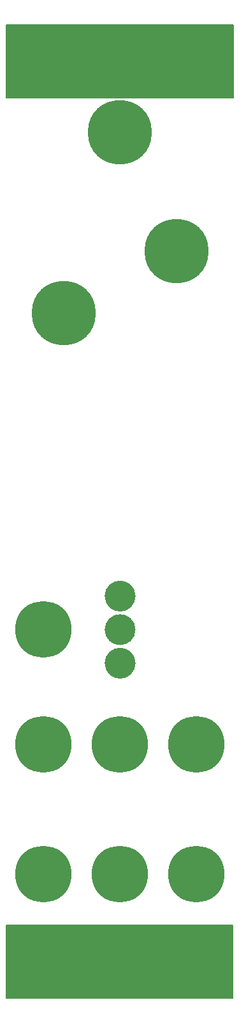
<source format=gbr>
%TF.GenerationSoftware,KiCad,Pcbnew,(5.99.0-10138-g1fe0c6d870)*%
%TF.CreationDate,2021-07-12T21:30:47+01:00*%
%TF.ProjectId,Hagiwo DCO Panel,48616769-776f-4204-9443-4f2050616e65,rev?*%
%TF.SameCoordinates,Original*%
%TF.FileFunction,Soldermask,Bot*%
%TF.FilePolarity,Negative*%
%FSLAX46Y46*%
G04 Gerber Fmt 4.6, Leading zero omitted, Abs format (unit mm)*
G04 Created by KiCad (PCBNEW (5.99.0-10138-g1fe0c6d870)) date 2021-07-12 21:30:47*
%MOMM*%
%LPD*%
G01*
G04 APERTURE LIST*
%ADD10C,0.150000*%
%ADD11C,2.065715*%
%ADD12C,7.500000*%
%ADD13O,6.000000X3.500000*%
%ADD14C,8.500000*%
G04 APERTURE END LIST*
D10*
X125849063Y-154066875D02*
X155932188Y-154066875D01*
X155932188Y-154066875D02*
X155932188Y-163750625D01*
X155932188Y-163750625D02*
X125849063Y-163750625D01*
X125849063Y-163750625D02*
X125849063Y-154066875D01*
G36*
X125849063Y-154066875D02*
G01*
X155932188Y-154066875D01*
X155932188Y-163750625D01*
X125849063Y-163750625D01*
X125849063Y-154066875D01*
G37*
D11*
X142002857Y-110490000D02*
G75*
G03*
X142002857Y-110490000I-1032857J0D01*
G01*
X142002857Y-114935000D02*
G75*
G03*
X142002857Y-114935000I-1032857J0D01*
G01*
X142002857Y-119380000D02*
G75*
G03*
X142002857Y-119380000I-1032857J0D01*
G01*
D10*
X125888750Y-34766250D02*
X155971875Y-34766250D01*
X155971875Y-34766250D02*
X155971875Y-44450000D01*
X155971875Y-44450000D02*
X125888750Y-44450000D01*
X125888750Y-44450000D02*
X125888750Y-34766250D01*
G36*
X125888750Y-34766250D02*
G01*
X155971875Y-34766250D01*
X155971875Y-44450000D01*
X125888750Y-44450000D01*
X125888750Y-34766250D01*
G37*
D12*
%TO.C,REF\u002A\u002A*%
X151130000Y-147320000D03*
%TD*%
%TO.C,REF\u002A\u002A*%
X151130000Y-130175000D03*
%TD*%
%TO.C,REF\u002A\u002A*%
X130810000Y-130175000D03*
%TD*%
D13*
%TO.C,REF\u002A\u002A*%
X133508750Y-160337500D03*
%TD*%
%TO.C,REF\u002A\u002A*%
X148431250Y-37861875D03*
%TD*%
D14*
%TO.C,REF\u002A\u002A*%
X148431250Y-64770000D03*
%TD*%
D12*
%TO.C,REF\u002A\u002A*%
X140970000Y-147320000D03*
%TD*%
D13*
%TO.C,REF\u002A\u002A*%
X148431250Y-160337500D03*
%TD*%
%TO.C,REF\u002A\u002A*%
X133508750Y-37861875D03*
%TD*%
D12*
%TO.C,REF\u002A\u002A*%
X140970000Y-130175000D03*
%TD*%
D14*
%TO.C,REF\u002A\u002A*%
X140970000Y-49053750D03*
%TD*%
%TO.C,REF\u002A\u002A*%
X133508750Y-73025000D03*
%TD*%
D12*
%TO.C,REF\u002A\u002A*%
X130810000Y-114935000D03*
%TD*%
%TO.C,REF\u002A\u002A*%
X130810000Y-147320000D03*
%TD*%
M02*

</source>
